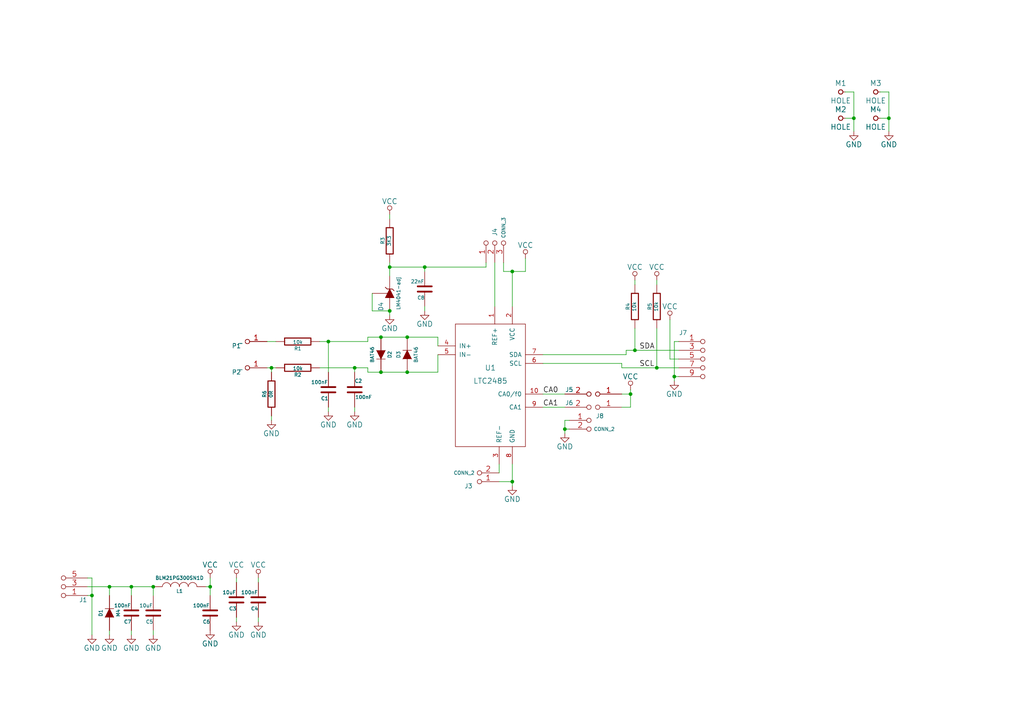
<source format=kicad_sch>
(kicad_sch (version 20230121) (generator eeschema)
  (paper "A4")
  (title_block (title "I2CADC01A") (date "2023-04-02") (rev "A") (company "mlab.cz"))
  (lib_symbols
    (symbol "I2CADC01-rescue:C-RESCUE-I2CADC01A" (pin_numbers hide) (pin_names (offset 0.254))
      (property "Reference" "C" (at 0 2.54 0))
      (property "Value" "C-RESCUE-I2CADC01A" (at 0.1524 -2.159 0))
      (symbol "C-RESCUE-I2CADC01A_0_1"
        (polyline (pts (xy -2.032 -0.762) (xy 2.032 -0.762)) (stroke (width 0.508)))
        (polyline (pts (xy -2.032 0.762) (xy 2.032 0.762)) (stroke (width 0.508)))
      )
      (symbol "C-RESCUE-I2CADC01A_1_1"
        (pin passive line (at 0 5.08 270) (length 4.318) (name "~") (number "1"))
        (pin passive line (at 0 -5.08 90) (length 4.318) (name "~") (number "2"))
      )
    )
    (symbol "I2CADC01-rescue:CONN_2" (pin_names (offset 1.016) hide)
      (property "Reference" "J" (at 1.27 2.54 0))
      (property "Value" "CONN_2" (at 2.54 -1.27 0))
      (symbol "CONN_2_1_1"
        (pin passive inverted (at -7.62 1.27 0) (length 6.35) (name "P1") (number "1"))
        (pin passive inverted (at -7.62 -1.27 0) (length 6.35) (name "PM") (number "2"))
      )
    )
    (symbol "I2CADC01-rescue:CONN_3" (pin_names (offset 1.016) hide)
      (property "Reference" "J" (at 0 0 0))
      (property "Value" "CONN_3" (at 1.27 -2.54 0))
      (symbol "CONN_3_1_1"
        (pin passive inverted (at -8.89 2.54 0) (length 6.35) (name "P1") (number "1"))
        (pin passive inverted (at -8.89 0 0) (length 6.35) (name "PM") (number "2"))
        (pin passive inverted (at -8.89 -2.54 0) (length 6.35) (name "P3") (number "3"))
      )
    )
    (symbol "I2CADC01-rescue:DIODE" (pin_numbers hide) (pin_names (offset 1.016) hide)
      (property "Reference" "D" (at 0 2.54 0))
      (property "Value" "DIODE" (at 0 -2.54 0))
      (symbol "DIODE_0_1"
        (polyline (pts (xy 1.27 1.27) (xy 1.27 -1.27)) (stroke (width 0.1524)))
        (polyline (pts (xy -1.27 1.27) (xy 1.27 0) (xy -1.27 -1.27)) (fill (type outline)))
      )
      (symbol "DIODE_1_1"
        (pin passive line (at -5.08 0 0) (length 3.81) (name "A") (number "1"))
        (pin passive line (at 5.08 0 180) (length 3.81) (name "K") (number "2"))
      )
    )
    (symbol "I2CADC01-rescue:GND" (power) (pin_names (offset 0))
      (property "Value" "GND" (at 0 -3.81 0))
      (symbol "GND_0_1"
        (polyline (pts (xy 0 0) (xy 0 -1.27) (xy 1.27 -1.27) (xy 0 -2.54) (xy -1.27 -1.27) (xy 0 -1.27)))
      )
      (symbol "GND_1_1"
        (pin power_in line (at 0 0 270) (length 0) hide (name "GND") (number "1"))
      )
    )
    (symbol "I2CADC01-rescue:HOLE" (pin_numbers hide) (pin_names (offset 1.016) hide)
      (property "Reference" "M" (at 0 2.54 0))
      (property "Value" "HOLE" (at 0 -2.54 0))
      (symbol "HOLE_0_1"
        (circle (center 0 0) (radius 0.635) (stroke (width 0.254)))
      )
      (symbol "HOLE_1_1"
        (pin input line (at 1.27 0 180) (length 0.635) (name "~") (number "1"))
      )
    )
    (symbol "I2CADC01-rescue:INDUCTOR" (pin_numbers hide) (pin_names (offset 1.016) hide)
      (property "Reference" "L" (at -1.27 0 90))
      (property "Value" "INDUCTOR" (at 2.54 0 90))
      (symbol "INDUCTOR_0_1"
        (arc (start 0.0254 -5.0546) (mid 1.2449 -3.8097) (end 0.0254 -2.54))
        (arc (start 0.0254 -2.5146) (mid 1.2703 -1.2444) (end 0.0254 0.0508))
        (arc (start 0.0254 0.0254) (mid 1.2703 1.2956) (end 0.0254 2.5908))
        (arc (start 0.0254 2.5654) (mid 1.1941 3.7595) (end 0.0254 4.9784))
      )
      (symbol "INDUCTOR_1_1"
        (pin passive line (at 0 7.62 270) (length 2.54) (name "1") (number "1"))
        (pin passive line (at 0 -7.62 90) (length 2.54) (name "2") (number "2"))
      )
    )
    (symbol "I2CADC01-rescue:JUMP2_2x1" (pin_names (offset 1.016) hide)
      (property "Reference" "J" (at -7.62 1.27 0))
      (symbol "JUMP2_2x1_1_1"
        (pin passive inverted (at 7.62 0 180) (length 7.62) (name "1") (number "1"))
        (pin passive inverted (at -8.89 0 0) (length 7.62) (name "1") (number "2"))
      )
    )
    (symbol "I2CADC01-rescue:JUMP_3X2" (pin_names (offset 1.016) hide)
      (property "Reference" "J" (at -8.89 5.08 0))
      (symbol "JUMP_3X2_1_1"
        (pin passive inverted (at -10.16 3.81 0) (length 7.62) (name "2") (number "1"))
        (pin passive inverted (at -10.16 3.81 0) (length 7.62) hide (name "2") (number "2"))
        (pin passive inverted (at -10.16 1.27 0) (length 7.62) (name "4") (number "3"))
        (pin passive inverted (at -10.16 1.27 0) (length 7.62) hide (name "4") (number "4"))
        (pin passive inverted (at -10.16 -1.27 0) (length 7.62) (name "6") (number "5"))
        (pin passive inverted (at -10.16 -1.27 0) (length 7.62) hide (name "6") (number "6"))
      )
    )
    (symbol "I2CADC01-rescue:JUMP_5X2" (pin_names (offset 1.016) hide)
      (property "Reference" "J" (at -8.89 6.35 0))
      (symbol "JUMP_5X2_1_1"
        (pin passive inverted (at -10.16 3.81 0) (length 7.62) (name "2") (number "1"))
        (pin passive inverted (at -10.16 -6.35 0) (length 7.62) hide (name "10") (number "10"))
        (pin passive inverted (at -10.16 3.81 0) (length 7.62) hide (name "2") (number "2"))
        (pin passive inverted (at -10.16 1.27 0) (length 7.62) (name "4") (number "3"))
        (pin passive inverted (at -10.16 1.27 0) (length 7.62) hide (name "4") (number "4"))
        (pin passive inverted (at -10.16 -1.27 0) (length 7.62) (name "6") (number "5"))
        (pin passive inverted (at -10.16 -1.27 0) (length 7.62) hide (name "6") (number "6"))
        (pin passive inverted (at -10.16 -3.81 0) (length 7.62) (name "7") (number "7"))
        (pin passive inverted (at -10.16 -3.81 0) (length 7.62) hide (name "7") (number "8"))
        (pin passive inverted (at -10.16 -6.35 0) (length 7.62) (name "10") (number "9"))
      )
    )
    (symbol "I2CADC01-rescue:LTC2485" (pin_names (offset 1.016))
      (property "Reference" "U" (at 1.27 5.08 0))
      (property "Value" "LTC2485" (at 1.27 1.27 0))
      (symbol "LTC2485_0_1"
        (rectangle (start -8.89 17.78) (end 11.43 -17.78))
      )
      (symbol "LTC2485_1_1"
        (pin unspecified line (at 2.54 22.86 270) (length 5.08) (name "REF+") (number "1"))
        (pin input line (at 16.51 -2.54 180) (length 5.08) (name "CA0/f0") (number "10"))
        (pin unspecified line (at 7.62 -22.86 90) (length 5.08) hide (name "GND") (number "11"))
        (pin input line (at 7.62 22.86 270) (length 5.08) (name "VCC") (number "2"))
        (pin unspecified line (at 3.81 -22.86 90) (length 5.08) (name "REF-") (number "3"))
        (pin input line (at -13.97 11.43 0) (length 5.08) (name "IN+") (number "4"))
        (pin input line (at -13.97 8.89 0) (length 5.08) (name "IN-") (number "5"))
        (pin input line (at 16.51 6.35 180) (length 5.08) (name "SCL") (number "6"))
        (pin input line (at 16.51 8.89 180) (length 5.08) (name "SDA") (number "7"))
        (pin input line (at 7.62 -22.86 90) (length 5.08) (name "GND") (number "8"))
        (pin input line (at 16.51 -6.35 180) (length 5.08) (name "CA1") (number "9"))
      )
    )
    (symbol "I2CADC01-rescue:R-RESCUE-I2CADC01A" (pin_numbers hide) (pin_names (offset 0))
      (property "Reference" "R" (at 2.032 0 90))
      (property "Value" "R-RESCUE-I2CADC01A" (at 0.1778 0.0254 90))
      (symbol "R-RESCUE-I2CADC01A_0_1"
        (rectangle (start -1.016 3.81) (end 1.016 -3.81) (stroke (width 0.3048)))
      )
      (symbol "R-RESCUE-I2CADC01A_1_1"
        (pin passive line (at 0 6.35 270) (length 2.54) (name "~") (number "1"))
        (pin passive line (at 0 -6.35 90) (length 2.54) (name "~") (number "2"))
      )
    )
    (symbol "I2CADC01-rescue:REFERENCE" (pin_numbers hide) (pin_names (offset 1.016) hide)
      (property "Reference" "D" (at -3.81 2.54 0))
      (property "Value" "REFERENCE" (at 0 -2.54 0))
      (symbol "REFERENCE_0_1"
        (polyline (pts (xy 1.27 0) (xy -1.27 1.27) (xy -1.27 -1.27) (xy 1.27 0) (xy 1.27 0)) (fill (type outline)))
        (polyline (pts (xy 1.778 1.27) (xy 1.27 0.762) (xy 1.27 -0.762) (xy 0.762 -1.27) (xy 0.762 -1.27)) (stroke (width 0.2032)))
      )
      (symbol "REFERENCE_1_1"
        (pin passive line (at 5.08 0 180) (length 3.81) (name "K") (number "1"))
        (pin unspecified line (at 0 5.08 270) (length 5.08) (name "~") (number "2"))
        (pin passive line (at -5.08 0 0) (length 3.81) (name "A") (number "3"))
      )
    )
    (symbol "I2CADC01-rescue:VCC" (power) (pin_names (offset 0))
      (property "Value" "VCC" (at 0 3.81 0))
      (symbol "VCC_0_1"
        (polyline (pts (xy 0 0) (xy 0 1.27)))
        (circle (center 0 1.905) (radius 0.635))
      )
      (symbol "VCC_1_1"
        (pin power_in line (at 0 0 90) (length 0) hide (name "VCC") (number "1"))
      )
    )
    (symbol "I2CADC01-rescue:_" (pin_names (offset 1.016) hide)
      (property "Reference" "P" (at 1.27 2.54 0))
      (property "Value" "_" (at 0 1.27 0))
      (symbol "__1_1"
        (pin passive inverted (at -7.62 1.27 0) (length 6.35) (name "P1") (number "1"))
      )
    )
  )
  (junction (at 113.03 90.17))
  (junction (at 38.1 170.18))
  (junction (at 26.67 172.72))
  (junction (at 110.49 107.95))
  (junction (at 195.58 109.22))
  (junction (at 163.83 124.46))
  (junction (at 110.49 97.79))
  (junction (at 257.81 34.29))
  (junction (at 184.15 101.6))
  (junction (at 113.03 77.47))
  (junction (at 182.88 114.3))
  (junction (at 148.59 78.74))
  (junction (at 78.74 106.68))
  (junction (at 190.5 106.68))
  (junction (at 247.65 34.29))
  (junction (at 102.87 106.68))
  (junction (at 148.59 139.7))
  (junction (at 31.75 170.18))
  (junction (at 60.96 170.18))
  (junction (at 118.11 97.79))
  (junction (at 123.19 77.47))
  (junction (at 95.25 99.06))
  (junction (at 118.11 107.95))
  (junction (at 44.45 170.18))
  (wire (pts (xy 95.25 107.95) (xy 95.25 99.06)))
  (wire (pts (xy 106.68 97.79) (xy 110.49 97.79)))
  (wire (pts (xy 180.34 106.68) (xy 190.5 106.68)))
  (wire (pts (xy 148.59 78.74) (xy 148.59 88.9)))
  (wire (pts (xy 148.59 78.74) (xy 152.4 78.74)))
  (wire (pts (xy 102.87 106.68) (xy 106.68 106.68)))
  (wire (pts (xy 123.19 90.17) (xy 123.19 88.9)))
  (wire (pts (xy 165.1 124.46) (xy 163.83 124.46)))
  (wire (pts (xy 92.71 106.68) (xy 102.87 106.68)))
  (wire (pts (xy 68.58 180.34) (xy 68.58 179.07)))
  (wire (pts (xy 127 107.95) (xy 127 102.87)))
  (wire (pts (xy 123.19 77.47) (xy 140.97 77.47)))
  (wire (pts (xy 190.5 106.68) (xy 196.85 106.68)))
  (wire (pts (xy 44.45 170.18) (xy 44.45 172.72)))
  (wire (pts (xy 106.68 99.06) (xy 106.68 97.79)))
  (wire (pts (xy 113.03 77.47) (xy 113.03 80.01)))
  (wire (pts (xy 257.81 26.67) (xy 257.81 34.29)))
  (wire (pts (xy 255.27 34.29) (xy 257.81 34.29)))
  (wire (pts (xy 148.59 139.7) (xy 148.59 140.97)))
  (wire (pts (xy 245.11 26.67) (xy 247.65 26.67)))
  (wire (pts (xy 123.19 78.74) (xy 123.19 77.47)))
  (wire (pts (xy 59.69 170.18) (xy 60.96 170.18)))
  (wire (pts (xy 245.11 34.29) (xy 247.65 34.29)))
  (wire (pts (xy 78.74 106.68) (xy 80.01 106.68)))
  (wire (pts (xy 106.68 107.95) (xy 110.49 107.95)))
  (wire (pts (xy 143.51 76.2) (xy 143.51 88.9)))
  (wire (pts (xy 60.96 167.64) (xy 60.96 170.18)))
  (wire (pts (xy 95.25 119.38) (xy 95.25 118.11)))
  (wire (pts (xy 118.11 97.79) (xy 127 97.79)))
  (wire (pts (xy 113.03 76.2) (xy 113.03 77.47)))
  (wire (pts (xy 180.34 114.3) (xy 182.88 114.3)))
  (wire (pts (xy 102.87 119.38) (xy 102.87 118.11)))
  (wire (pts (xy 25.4 170.18) (xy 31.75 170.18)))
  (wire (pts (xy 184.15 82.55) (xy 184.15 81.28)))
  (wire (pts (xy 123.19 77.47) (xy 113.03 77.47)))
  (wire (pts (xy 196.85 104.14) (xy 194.31 104.14)))
  (wire (pts (xy 195.58 99.06) (xy 195.58 109.22)))
  (wire (pts (xy 184.15 95.25) (xy 184.15 101.6)))
  (wire (pts (xy 144.78 139.7) (xy 148.59 139.7)))
  (wire (pts (xy 181.61 102.87) (xy 157.48 102.87)))
  (wire (pts (xy 107.95 90.17) (xy 107.95 85.09)))
  (wire (pts (xy 184.15 101.6) (xy 196.85 101.6)))
  (wire (pts (xy 31.75 184.15) (xy 31.75 182.88)))
  (wire (pts (xy 146.05 78.74) (xy 146.05 76.2)))
  (wire (pts (xy 38.1 172.72) (xy 38.1 170.18)))
  (wire (pts (xy 182.88 114.3) (xy 182.88 118.11)))
  (wire (pts (xy 181.61 101.6) (xy 184.15 101.6)))
  (wire (pts (xy 44.45 184.15) (xy 44.45 182.88)))
  (wire (pts (xy 31.75 170.18) (xy 38.1 170.18)))
  (wire (pts (xy 190.5 95.25) (xy 190.5 106.68)))
  (wire (pts (xy 68.58 168.91) (xy 68.58 167.64)))
  (wire (pts (xy 113.03 91.44) (xy 113.03 90.17)))
  (wire (pts (xy 25.4 167.64) (xy 26.67 167.64)))
  (wire (pts (xy 247.65 26.67) (xy 247.65 34.29)))
  (wire (pts (xy 113.03 63.5) (xy 113.03 62.23)))
  (wire (pts (xy 74.93 168.91) (xy 74.93 167.64)))
  (wire (pts (xy 255.27 26.67) (xy 257.81 26.67)))
  (wire (pts (xy 74.93 180.34) (xy 74.93 179.07)))
  (wire (pts (xy 95.25 99.06) (xy 106.68 99.06)))
  (wire (pts (xy 196.85 109.22) (xy 195.58 109.22)))
  (wire (pts (xy 165.1 121.92) (xy 163.83 121.92)))
  (wire (pts (xy 26.67 172.72) (xy 26.67 184.15)))
  (wire (pts (xy 92.71 99.06) (xy 95.25 99.06)))
  (wire (pts (xy 78.74 120.65) (xy 78.74 121.92)))
  (wire (pts (xy 194.31 104.14) (xy 194.31 92.71)))
  (wire (pts (xy 31.75 172.72) (xy 31.75 170.18)))
  (wire (pts (xy 190.5 82.55) (xy 190.5 81.28)))
  (wire (pts (xy 148.59 134.62) (xy 148.59 139.7)))
  (wire (pts (xy 180.34 105.41) (xy 157.48 105.41)))
  (wire (pts (xy 25.4 172.72) (xy 26.67 172.72)))
  (wire (pts (xy 180.34 106.68) (xy 180.34 105.41)))
  (wire (pts (xy 257.81 34.29) (xy 257.81 38.1)))
  (wire (pts (xy 163.83 121.92) (xy 163.83 124.46)))
  (wire (pts (xy 80.01 99.06) (xy 77.47 99.06)))
  (wire (pts (xy 182.88 118.11) (xy 180.34 118.11)))
  (wire (pts (xy 102.87 107.95) (xy 102.87 106.68)))
  (wire (pts (xy 110.49 97.79) (xy 118.11 97.79)))
  (wire (pts (xy 26.67 167.64) (xy 26.67 172.72)))
  (wire (pts (xy 157.48 114.3) (xy 163.83 114.3)))
  (wire (pts (xy 157.48 118.11) (xy 163.83 118.11)))
  (wire (pts (xy 196.85 99.06) (xy 195.58 99.06)))
  (wire (pts (xy 113.03 90.17) (xy 107.95 90.17)))
  (wire (pts (xy 38.1 184.15) (xy 38.1 182.88)))
  (wire (pts (xy 140.97 77.47) (xy 140.97 76.2)))
  (wire (pts (xy 144.78 137.16) (xy 144.78 134.62)))
  (wire (pts (xy 60.96 170.18) (xy 60.96 172.72)))
  (wire (pts (xy 77.47 106.68) (xy 78.74 106.68)))
  (wire (pts (xy 181.61 101.6) (xy 181.61 102.87)))
  (wire (pts (xy 247.65 34.29) (xy 247.65 38.1)))
  (wire (pts (xy 110.49 107.95) (xy 118.11 107.95)))
  (wire (pts (xy 163.83 124.46) (xy 163.83 125.73)))
  (wire (pts (xy 146.05 78.74) (xy 148.59 78.74)))
  (wire (pts (xy 152.4 78.74) (xy 152.4 74.93)))
  (wire (pts (xy 182.88 113.03) (xy 182.88 114.3)))
  (wire (pts (xy 38.1 170.18) (xy 44.45 170.18)))
  (wire (pts (xy 106.68 106.68) (xy 106.68 107.95)))
  (wire (pts (xy 78.74 107.95) (xy 78.74 106.68)))
  (wire (pts (xy 118.11 107.95) (xy 127 107.95)))
  (wire (pts (xy 195.58 109.22) (xy 195.58 110.49)))
  (wire (pts (xy 127 97.79) (xy 127 100.33)))
  (label "CA1" (at 157.48 118.11 0) (effects (font (size 1.524 1.524))))
  (label "SCL" (at 185.42 106.68 0) (effects (font (size 1.524 1.524))))
  (label "CA0" (at 157.48 114.3 0) (effects (font (size 1.524 1.524))))
  (label "SDA" (at 185.42 101.6 0) (effects (font (size 1.524 1.524))))
  (symbol (lib_id "I2CADC01-rescue:LTC2485") (at 140.97 111.76 0) (unit 1)
    (property "Reference" "U1" (at 142.24 106.68 0) (effects (font (size 1.524 1.524))))
    (property "Value" "LTC2485" (at 142.24 110.49 0) (effects (font (size 1.524 1.524))))
    (property "Footprint" "Housings_DFN_QFN:DFN-10-1EP_3x3mm_Pitch0.5mm" (effects hide))
    (property "Datasheet" "https://www.analog.com/media/en/technical-documentation/data-sheets/2485fd.pdf" (effects hide))
  )
  (symbol (lib_id "I2CADC01-rescue:_") (at 69.85 97.79 180) (unit 1)
    (property "Reference" "P1" (at 68.58 100.33 0))
    (property "Value" "_" (at 69.85 99.06 0) (effects (font (size 1.016 1.016))))
    (property "Footprint" "Mlab_Con:WAGO256" (effects hide))
  )
  (symbol (lib_id "I2CADC01-rescue:_") (at 69.85 105.41 180) (unit 1)
    (property "Reference" "P2" (at 68.58 107.95 0))
    (property "Value" "_" (at 69.85 106.68 0) (effects (font (size 1.016 1.016))))
    (property "Footprint" "Mlab_Con:WAGO256" (effects hide))
  )
  (symbol (lib_id "I2CADC01-rescue:R-RESCUE-I2CADC01A") (at 86.36 99.06 270) (unit 1)
    (property "Reference" "R1" (at 86.36 101.092 90) (effects (font (size 1.016 1.016))))
    (property "Value" "10k" (at 86.3854 99.2378 90) (effects (font (size 1.016 1.016))))
    (property "Footprint" "Mlab_R:SMD-0805" (effects hide))
  )
  (symbol (lib_id "I2CADC01-rescue:R-RESCUE-I2CADC01A") (at 86.36 106.68 270) (unit 1)
    (property "Reference" "R2" (at 86.36 108.712 90) (effects (font (size 1.016 1.016))))
    (property "Value" "10k" (at 86.3854 106.8578 90) (effects (font (size 1.016 1.016))))
    (property "Footprint" "Mlab_R:SMD-0805" (effects hide))
  )
  (symbol (lib_id "I2CADC01-rescue:C-RESCUE-I2CADC01A") (at 102.87 113.03 0) (unit 1)
    (property "Reference" "C2" (at 102.87 110.49 0) (effects (font (size 1.016 1.016)) (justify left)))
    (property "Value" "100nF" (at 103.0224 115.189 0) (effects (font (size 1.016 1.016)) (justify left)))
    (property "Footprint" "Mlab_R:SMD-0805" (effects hide))
  )
  (symbol (lib_id "I2CADC01-rescue:C-RESCUE-I2CADC01A") (at 95.25 113.03 180) (unit 1)
    (property "Reference" "C1" (at 95.25 115.57 0) (effects (font (size 1.016 1.016)) (justify left)))
    (property "Value" "100nF" (at 95.0976 110.871 0) (effects (font (size 1.016 1.016)) (justify left)))
    (property "Footprint" "Mlab_R:SMD-0805" (effects hide))
  )
  (symbol (lib_id "I2CADC01-rescue:DIODE") (at 118.11 102.87 90) (unit 1)
    (property "Reference" "D3" (at 115.57 102.87 0) (effects (font (size 1.016 1.016))))
    (property "Value" "BAT46" (at 120.65 102.87 0) (effects (font (size 1.016 1.016))))
    (property "Footprint" "Mlab_D:MiniMELF_Standard" (effects hide))
  )
  (symbol (lib_id "I2CADC01-rescue:DIODE") (at 110.49 102.87 270) (unit 1)
    (property "Reference" "D2" (at 113.03 102.87 0) (effects (font (size 1.016 1.016))))
    (property "Value" "BAT46" (at 107.95 102.87 0) (effects (font (size 1.016 1.016))))
    (property "Footprint" "Mlab_D:MiniMELF_Standard" (effects hide))
  )
  (symbol (lib_id "I2CADC01-rescue:GND") (at 102.87 119.38 0) (unit 1)
    (property "Reference" "#PWR01" (effects hide))
    (property "Value" "GND" (at 102.87 123.19 0) (effects (font (size 1.524 1.524))))
  )
  (symbol (lib_id "I2CADC01-rescue:GND") (at 95.25 119.38 0) (unit 1)
    (property "Reference" "#PWR02" (effects hide))
    (property "Value" "GND" (at 95.25 123.19 0) (effects (font (size 1.524 1.524))))
  )
  (symbol (lib_id "I2CADC01-rescue:GND") (at 78.74 121.92 0) (unit 1)
    (property "Reference" "#PWR03" (effects hide))
    (property "Value" "GND" (at 78.74 125.73 0) (effects (font (size 1.524 1.524))))
  )
  (symbol (lib_id "I2CADC01-rescue:JUMP_3X2") (at 15.24 168.91 180) (unit 1)
    (property "Reference" "J1" (at 24.13 173.99 0))
    (property "Value" "JUMP_3X2" (effects hide))
    (property "Footprint" "Mlab_Pin_Headers:Straight_2x03" (effects hide))
  )
  (symbol (lib_id "I2CADC01-rescue:DIODE") (at 31.75 177.8 90) (unit 1)
    (property "Reference" "D1" (at 29.21 177.8 0) (effects (font (size 1.016 1.016))))
    (property "Value" "M4" (at 34.29 177.8 0) (effects (font (size 1.016 1.016))))
    (property "Footprint" "Mlab_D:SMA_Standard" (effects hide))
  )
  (symbol (lib_id "I2CADC01-rescue:GND") (at 26.67 184.15 0) (unit 1)
    (property "Reference" "#PWR04" (effects hide))
    (property "Value" "GND" (at 26.67 187.96 0) (effects (font (size 1.524 1.524))))
  )
  (symbol (lib_id "I2CADC01-rescue:VCC") (at 60.96 167.64 0) (unit 1)
    (property "Reference" "#PWR05" (effects hide))
    (property "Value" "VCC" (at 60.96 163.83 0) (effects (font (size 1.524 1.524))))
  )
  (symbol (lib_id "I2CADC01-rescue:GND") (at 31.75 184.15 0) (unit 1)
    (property "Reference" "#PWR06" (effects hide))
    (property "Value" "GND" (at 31.75 187.96 0) (effects (font (size 1.524 1.524))))
  )
  (symbol (lib_id "I2CADC01-rescue:VCC") (at 68.58 167.64 0) (unit 1)
    (property "Reference" "#PWR07" (effects hide))
    (property "Value" "VCC" (at 68.58 163.83 0) (effects (font (size 1.524 1.524))))
  )
  (symbol (lib_id "I2CADC01-rescue:GND") (at 68.58 180.34 0) (unit 1)
    (property "Reference" "#PWR08" (effects hide))
    (property "Value" "GND" (at 68.58 184.15 0) (effects (font (size 1.524 1.524))))
  )
  (symbol (lib_id "I2CADC01-rescue:C-RESCUE-I2CADC01A") (at 68.58 173.99 180) (unit 1)
    (property "Reference" "C3" (at 68.58 176.53 0) (effects (font (size 1.016 1.016)) (justify left)))
    (property "Value" "10uF" (at 68.4276 171.831 0) (effects (font (size 1.016 1.016)) (justify left)))
    (property "Footprint" "Mlab_R:SMD-0805" (effects hide))
  )
  (symbol (lib_id "I2CADC01-rescue:GND") (at 74.93 180.34 0) (unit 1)
    (property "Reference" "#PWR09" (effects hide))
    (property "Value" "GND" (at 74.93 184.15 0) (effects (font (size 1.524 1.524))))
  )
  (symbol (lib_id "I2CADC01-rescue:C-RESCUE-I2CADC01A") (at 74.93 173.99 180) (unit 1)
    (property "Reference" "C4" (at 74.93 176.53 0) (effects (font (size 1.016 1.016)) (justify left)))
    (property "Value" "100nF" (at 74.7776 171.831 0) (effects (font (size 1.016 1.016)) (justify left)))
    (property "Footprint" "Mlab_R:SMD-0805" (effects hide))
  )
  (symbol (lib_id "I2CADC01-rescue:VCC") (at 74.93 167.64 0) (unit 1)
    (property "Reference" "#PWR010" (effects hide))
    (property "Value" "VCC" (at 74.93 163.83 0) (effects (font (size 1.524 1.524))))
  )
  (symbol (lib_id "I2CADC01-rescue:REFERENCE") (at 113.03 85.09 90) (unit 1)
    (property "Reference" "D4" (at 110.49 88.9 0))
    (property "Value" "LM4041-adj" (at 115.57 85.09 0) (effects (font (size 1.016 1.016))))
    (property "Footprint" "Mlab_IO:SOT-23" (effects hide))
  )
  (symbol (lib_id "I2CADC01-rescue:R-RESCUE-I2CADC01A") (at 113.03 69.85 180) (unit 1)
    (property "Reference" "R3" (at 110.998 69.85 90) (effects (font (size 1.016 1.016))))
    (property "Value" "3K3" (at 112.8522 69.8754 90) (effects (font (size 1.016 1.016))))
    (property "Footprint" "Mlab_R:SMD-0805" (effects hide))
  )
  (symbol (lib_id "I2CADC01-rescue:GND") (at 113.03 91.44 0) (unit 1)
    (property "Reference" "#PWR011" (effects hide))
    (property "Value" "GND" (at 113.03 95.25 0) (effects (font (size 1.524 1.524))))
  )
  (symbol (lib_id "I2CADC01-rescue:VCC") (at 113.03 62.23 0) (unit 1)
    (property "Reference" "#PWR012" (effects hide))
    (property "Value" "VCC" (at 113.03 58.42 0) (effects (font (size 1.524 1.524))))
  )
  (symbol (lib_id "I2CADC01-rescue:VCC") (at 152.4 74.93 0) (unit 1)
    (property "Reference" "#PWR013" (effects hide))
    (property "Value" "VCC" (at 152.4 71.12 0) (effects (font (size 1.524 1.524))))
  )
  (symbol (lib_id "I2CADC01-rescue:CONN_3") (at 143.51 67.31 90) (unit 1)
    (property "Reference" "J4" (at 143.51 67.31 0))
    (property "Value" "CONN_3" (at 146.05 66.04 0) (effects (font (size 1.016 1.016))))
    (property "Footprint" "Mlab_Pin_Headers:Straight_1x03" (effects hide))
  )
  (symbol (lib_id "I2CADC01-rescue:GND") (at 148.59 140.97 0) (unit 1)
    (property "Reference" "#PWR014" (effects hide))
    (property "Value" "GND" (at 148.59 144.78 0) (effects (font (size 1.524 1.524))))
  )
  (symbol (lib_id "I2CADC01-rescue:JUMP_5X2") (at 207.01 102.87 0) (unit 1)
    (property "Reference" "J7" (at 198.12 96.52 0))
    (property "Value" "JUMP_5X2" (effects hide))
    (property "Footprint" "Mlab_Pin_Headers:Straight_2x05" (effects hide))
  )
  (symbol (lib_id "I2CADC01-rescue:R-RESCUE-I2CADC01A") (at 184.15 88.9 180) (unit 1)
    (property "Reference" "R4" (at 182.118 88.9 90) (effects (font (size 1.016 1.016))))
    (property "Value" "10k" (at 183.9722 88.9254 90) (effects (font (size 1.016 1.016))))
    (property "Footprint" "Mlab_R:SMD-0805" (effects hide))
  )
  (symbol (lib_id "I2CADC01-rescue:R-RESCUE-I2CADC01A") (at 190.5 88.9 180) (unit 1)
    (property "Reference" "R5" (at 188.468 88.9 90) (effects (font (size 1.016 1.016))))
    (property "Value" "10k" (at 190.3222 88.9254 90) (effects (font (size 1.016 1.016))))
    (property "Footprint" "Mlab_R:SMD-0805" (effects hide))
  )
  (symbol (lib_id "I2CADC01-rescue:VCC") (at 194.31 92.71 0) (unit 1)
    (property "Reference" "#PWR015" (effects hide))
    (property "Value" "VCC" (at 194.31 88.9 0) (effects (font (size 1.524 1.524))))
  )
  (symbol (lib_id "I2CADC01-rescue:GND") (at 195.58 110.49 0) (unit 1)
    (property "Reference" "#PWR016" (effects hide))
    (property "Value" "GND" (at 195.58 114.3 0) (effects (font (size 1.524 1.524))))
  )
  (symbol (lib_id "I2CADC01-rescue:VCC") (at 184.15 81.28 0) (unit 1)
    (property "Reference" "#PWR017" (effects hide))
    (property "Value" "VCC" (at 184.15 77.47 0) (effects (font (size 1.524 1.524))))
  )
  (symbol (lib_id "I2CADC01-rescue:VCC") (at 190.5 81.28 0) (unit 1)
    (property "Reference" "#PWR018" (effects hide))
    (property "Value" "VCC" (at 190.5 77.47 0) (effects (font (size 1.524 1.524))))
  )
  (symbol (lib_id "I2CADC01-rescue:JUMP2_2x1") (at 172.72 114.3 0) (unit 1)
    (property "Reference" "J5" (at 165.1 113.03 0))
    (property "Value" "JUMP2_2x1" (effects hide))
    (property "Footprint" "Mlab_Pin_Headers:Straight_2x01" (effects hide))
  )
  (symbol (lib_id "I2CADC01-rescue:JUMP2_2x1") (at 172.72 118.11 0) (unit 1)
    (property "Reference" "J6" (at 165.1 116.84 0))
    (property "Value" "JUMP2_2x1" (effects hide))
    (property "Footprint" "Mlab_Pin_Headers:Straight_2x01" (effects hide))
  )
  (symbol (lib_id "I2CADC01-rescue:VCC") (at 182.88 113.03 0) (unit 1)
    (property "Reference" "#PWR019" (effects hide))
    (property "Value" "VCC" (at 182.88 109.22 0) (effects (font (size 1.524 1.524))))
  )
  (symbol (lib_id "I2CADC01-rescue:CONN_2") (at 137.16 138.43 180) (unit 1)
    (property "Reference" "J3" (at 135.89 140.97 0))
    (property "Value" "CONN_2" (at 134.62 137.16 0) (effects (font (size 1.016 1.016))))
    (property "Footprint" "Mlab_Pin_Headers:Straight_2x01" (effects hide))
  )
  (symbol (lib_id "I2CADC01-rescue:HOLE") (at 243.84 26.67 0) (unit 1)
    (property "Reference" "M1" (at 243.84 24.13 0) (effects (font (size 1.524 1.524))))
    (property "Value" "HOLE" (at 243.84 29.21 0) (effects (font (size 1.524 1.524))))
    (property "Footprint" "Mlab_Mechanical:MountingHole_3mm" (effects hide))
  )
  (symbol (lib_id "I2CADC01-rescue:HOLE") (at 243.84 34.29 0) (unit 1)
    (property "Reference" "M2" (at 243.84 31.75 0) (effects (font (size 1.524 1.524))))
    (property "Value" "HOLE" (at 243.84 36.83 0) (effects (font (size 1.524 1.524))))
    (property "Footprint" "Mlab_Mechanical:MountingHole_3mm" (effects hide))
  )
  (symbol (lib_id "I2CADC01-rescue:HOLE") (at 254 26.67 0) (unit 1)
    (property "Reference" "M3" (at 254 24.13 0) (effects (font (size 1.524 1.524))))
    (property "Value" "HOLE" (at 254 29.21 0) (effects (font (size 1.524 1.524))))
    (property "Footprint" "Mlab_Mechanical:MountingHole_3mm" (effects hide))
  )
  (symbol (lib_id "I2CADC01-rescue:HOLE") (at 254 34.29 0) (unit 1)
    (property "Reference" "M4" (at 254 31.75 0) (effects (font (size 1.524 1.524))))
    (property "Value" "HOLE" (at 254 36.83 0) (effects (font (size 1.524 1.524))))
    (property "Footprint" "Mlab_Mechanical:MountingHole_3mm" (effects hide))
  )
  (symbol (lib_id "I2CADC01-rescue:GND") (at 247.65 38.1 0) (unit 1)
    (property "Reference" "#PWR020" (effects hide))
    (property "Value" "GND" (at 247.65 41.91 0) (effects (font (size 1.524 1.524))))
  )
  (symbol (lib_id "I2CADC01-rescue:GND") (at 257.81 38.1 0) (unit 1)
    (property "Reference" "#PWR021" (effects hide))
    (property "Value" "GND" (at 257.81 41.91 0) (effects (font (size 1.524 1.524))))
  )
  (symbol (lib_id "I2CADC01-rescue:CONN_2") (at 172.72 123.19 0) (unit 1)
    (property "Reference" "J8" (at 173.99 120.65 0))
    (property "Value" "CONN_2" (at 175.26 124.46 0) (effects (font (size 1.016 1.016))))
    (property "Footprint" "Mlab_Pin_Headers:Straight_2x01" (effects hide))
  )
  (symbol (lib_id "I2CADC01-rescue:GND") (at 163.83 125.73 0) (unit 1)
    (property "Reference" "#PWR022" (effects hide))
    (property "Value" "GND" (at 163.83 129.54 0) (effects (font (size 1.524 1.524))))
  )
  (symbol (lib_id "I2CADC01-rescue:INDUCTOR") (at 52.07 170.18 90) (unit 1)
    (property "Reference" "L1" (at 52.07 171.45 90) (effects (font (size 1.016 1.016))))
    (property "Value" "BLM21PG300SN1D" (at 52.07 167.64 90) (effects (font (size 1.016 1.016))))
    (property "Footprint" "Mlab_R:SMD-0805" (effects hide))
  )
  (symbol (lib_id "I2CADC01-rescue:GND") (at 60.96 182.88 0) (unit 1)
    (property "Reference" "#PWR023" (effects hide))
    (property "Value" "GND" (at 60.96 186.69 0) (effects (font (size 1.524 1.524))))
  )
  (symbol (lib_id "I2CADC01-rescue:C-RESCUE-I2CADC01A") (at 44.45 177.8 180) (unit 1)
    (property "Reference" "C5" (at 44.45 180.34 0) (effects (font (size 1.016 1.016)) (justify left)))
    (property "Value" "10uF" (at 44.2976 175.641 0) (effects (font (size 1.016 1.016)) (justify left)))
    (property "Footprint" "Mlab_R:SMD-0805" (effects hide))
  )
  (symbol (lib_id "I2CADC01-rescue:C-RESCUE-I2CADC01A") (at 60.96 177.8 180) (unit 1)
    (property "Reference" "C6" (at 60.96 180.34 0) (effects (font (size 1.016 1.016)) (justify left)))
    (property "Value" "100nF" (at 60.8076 175.641 0) (effects (font (size 1.016 1.016)) (justify left)))
    (property "Footprint" "Mlab_R:SMD-0805" (effects hide))
  )
  (symbol (lib_id "I2CADC01-rescue:GND") (at 44.45 184.15 0) (unit 1)
    (property "Reference" "#PWR024" (effects hide))
    (property "Value" "GND" (at 44.45 187.96 0) (effects (font (size 1.524 1.524))))
  )
  (symbol (lib_id "I2CADC01-rescue:C-RESCUE-I2CADC01A") (at 123.19 83.82 180) (unit 1)
    (property "Reference" "C8" (at 123.19 86.36 0) (effects (font (size 1.016 1.016)) (justify left)))
    (property "Value" "22nF" (at 123.0376 81.661 0) (effects (font (size 1.016 1.016)) (justify left)))
    (property "Footprint" "Mlab_R:SMD-0805" (effects hide))
  )
  (symbol (lib_id "I2CADC01-rescue:GND") (at 123.19 90.17 0) (unit 1)
    (property "Reference" "#PWR025" (effects hide))
    (property "Value" "GND" (at 123.19 93.98 0) (effects (font (size 1.524 1.524))))
  )
  (symbol (lib_id "I2CADC01-rescue:GND") (at 38.1 184.15 0) (unit 1)
    (property "Reference" "#PWR026" (effects hide))
    (property "Value" "GND" (at 38.1 187.96 0) (effects (font (size 1.524 1.524))))
  )
  (symbol (lib_id "I2CADC01-rescue:C-RESCUE-I2CADC01A") (at 38.1 177.8 180) (unit 1)
    (property "Reference" "C7" (at 38.1 180.34 0) (effects (font (size 1.016 1.016)) (justify left)))
    (property "Value" "100nF" (at 37.9476 175.641 0) (effects (font (size 1.016 1.016)) (justify left)))
    (property "Footprint" "Mlab_R:SMD-0805" (effects hide))
  )
  (symbol (lib_id "I2CADC01-rescue:R-RESCUE-I2CADC01A") (at 78.74 114.3 180) (unit 1)
    (property "Reference" "R6" (at 76.708 114.3 90) (effects (font (size 1.016 1.016))))
    (property "Value" "0R" (at 78.5622 114.3254 90) (effects (font (size 1.016 1.016))))
    (property "Footprint" "Mlab_R:SMD-0805" (effects hide))
  )
)
</source>
